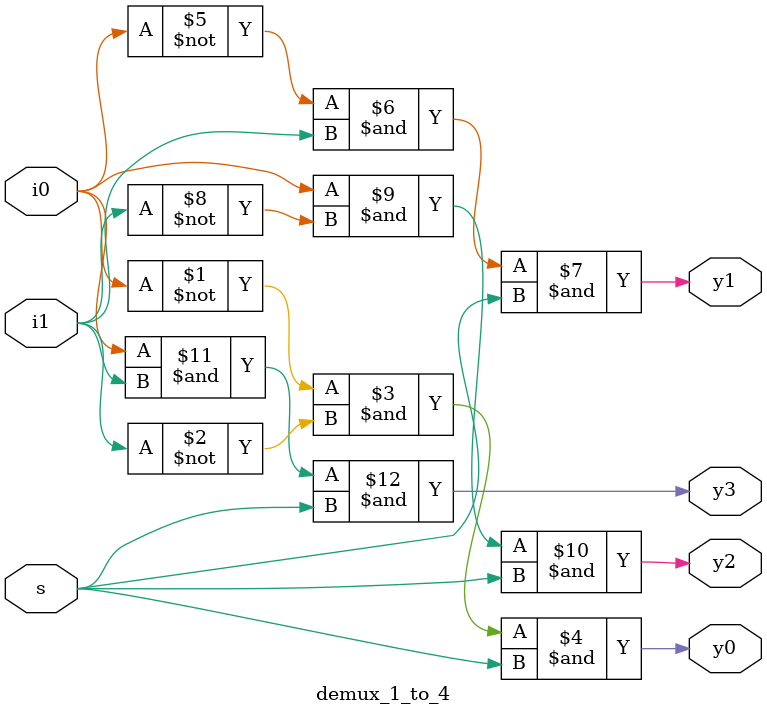
<source format=v>
module demux_1_to_4(
    input s,i0,i1,
    output y0,y1,y2,y3
    );
   assign y0 = (~i0)&(~i1)&s;
   assign y1 = (~i0)&(i1)&s;
   assign y2 = (i0)&(~i1)&s;
   assign y3 = (i0)&(i1)&s;
endmodule

</source>
